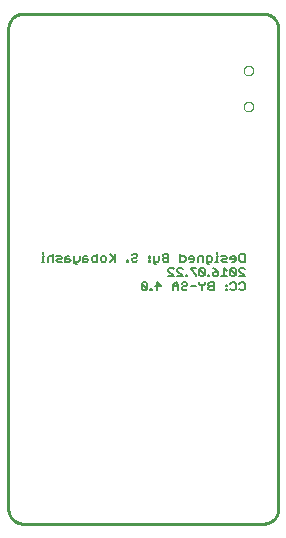
<source format=gbo>
G75*
%MOIN*%
%OFA0B0*%
%FSLAX25Y25*%
%IPPOS*%
%LPD*%
%AMOC8*
5,1,8,0,0,1.08239X$1,22.5*
%
%ADD10C,0.00500*%
%ADD11C,0.01000*%
%ADD12C,0.00000*%
D10*
X0046487Y0079250D02*
X0046037Y0079700D01*
X0046037Y0081502D01*
X0047838Y0079700D01*
X0047388Y0079250D01*
X0046487Y0079250D01*
X0047838Y0079700D02*
X0047838Y0081502D01*
X0047388Y0081952D01*
X0046487Y0081952D01*
X0046037Y0081502D01*
X0048861Y0079700D02*
X0048861Y0079250D01*
X0049312Y0079250D01*
X0049312Y0079700D01*
X0048861Y0079700D01*
X0050457Y0080601D02*
X0052258Y0080601D01*
X0050907Y0081952D01*
X0050907Y0079250D01*
X0054876Y0084050D02*
X0056678Y0084050D01*
X0054876Y0085852D01*
X0054876Y0086302D01*
X0055327Y0086752D01*
X0056227Y0086752D01*
X0056678Y0086302D01*
X0057823Y0086302D02*
X0058273Y0086752D01*
X0059174Y0086752D01*
X0059624Y0086302D01*
X0057823Y0085852D02*
X0059624Y0084050D01*
X0057823Y0084050D01*
X0057823Y0085852D02*
X0057823Y0086302D01*
X0058805Y0088850D02*
X0060156Y0088850D01*
X0060607Y0089300D01*
X0060607Y0090201D01*
X0060156Y0090652D01*
X0058805Y0090652D01*
X0058805Y0091552D02*
X0058805Y0088850D01*
X0061752Y0089751D02*
X0063553Y0089751D01*
X0063553Y0090201D02*
X0063553Y0089300D01*
X0063103Y0088850D01*
X0062202Y0088850D01*
X0061752Y0089751D02*
X0061752Y0090201D01*
X0062202Y0090652D01*
X0063103Y0090652D01*
X0063553Y0090201D01*
X0064698Y0090201D02*
X0064698Y0088850D01*
X0064698Y0090201D02*
X0065148Y0090652D01*
X0066500Y0090652D01*
X0066500Y0088850D01*
X0067645Y0088850D02*
X0068996Y0088850D01*
X0069446Y0089300D01*
X0069446Y0090201D01*
X0068996Y0090652D01*
X0067645Y0090652D01*
X0067645Y0088400D01*
X0068095Y0087949D01*
X0068545Y0087949D01*
X0069609Y0086752D02*
X0070510Y0086302D01*
X0071410Y0085401D01*
X0070059Y0085401D01*
X0069609Y0084951D01*
X0069609Y0084500D01*
X0070059Y0084050D01*
X0070960Y0084050D01*
X0071410Y0084500D01*
X0071410Y0085401D01*
X0072555Y0084050D02*
X0074357Y0084050D01*
X0073456Y0084050D02*
X0073456Y0086752D01*
X0074357Y0085852D01*
X0075502Y0086302D02*
X0075502Y0084500D01*
X0075952Y0084050D01*
X0076853Y0084050D01*
X0077303Y0084500D01*
X0075502Y0086302D01*
X0075952Y0086752D01*
X0076853Y0086752D01*
X0077303Y0086302D01*
X0077303Y0084500D01*
X0076853Y0081952D02*
X0075952Y0081952D01*
X0075502Y0081502D01*
X0074357Y0081052D02*
X0074357Y0080601D01*
X0073907Y0080601D01*
X0073907Y0081052D01*
X0074357Y0081052D01*
X0074357Y0079700D02*
X0074357Y0079250D01*
X0073907Y0079250D01*
X0073907Y0079700D01*
X0074357Y0079700D01*
X0075502Y0079700D02*
X0075952Y0079250D01*
X0076853Y0079250D01*
X0077303Y0079700D01*
X0077303Y0081502D01*
X0076853Y0081952D01*
X0078448Y0081502D02*
X0078899Y0081952D01*
X0079800Y0081952D01*
X0080250Y0081502D01*
X0080250Y0079700D01*
X0079800Y0079250D01*
X0078899Y0079250D01*
X0078448Y0079700D01*
X0078448Y0084050D02*
X0080250Y0084050D01*
X0078448Y0085852D01*
X0078448Y0086302D01*
X0078899Y0086752D01*
X0079800Y0086752D01*
X0080250Y0086302D01*
X0080250Y0088850D02*
X0078899Y0088850D01*
X0078448Y0089300D01*
X0078448Y0091102D01*
X0078899Y0091552D01*
X0080250Y0091552D01*
X0080250Y0088850D01*
X0077303Y0089300D02*
X0077303Y0090201D01*
X0076853Y0090652D01*
X0075952Y0090652D01*
X0075502Y0090201D01*
X0075502Y0089751D01*
X0077303Y0089751D01*
X0077303Y0089300D02*
X0076853Y0088850D01*
X0075952Y0088850D01*
X0074357Y0088850D02*
X0073006Y0088850D01*
X0072555Y0089300D01*
X0073006Y0089751D01*
X0073907Y0089751D01*
X0074357Y0090201D01*
X0073907Y0090652D01*
X0072555Y0090652D01*
X0071410Y0090652D02*
X0070960Y0090652D01*
X0070960Y0088850D01*
X0071410Y0088850D02*
X0070510Y0088850D01*
X0070960Y0091552D02*
X0070960Y0092003D01*
X0066540Y0086752D02*
X0066991Y0086302D01*
X0066991Y0084500D01*
X0065189Y0086302D01*
X0065189Y0084500D01*
X0065640Y0084050D01*
X0066540Y0084050D01*
X0066991Y0084500D01*
X0068014Y0084500D02*
X0068014Y0084050D01*
X0068464Y0084050D01*
X0068464Y0084500D01*
X0068014Y0084500D01*
X0068586Y0081952D02*
X0068136Y0081502D01*
X0068136Y0081052D01*
X0068586Y0080601D01*
X0069937Y0080601D01*
X0069937Y0079250D02*
X0068586Y0079250D01*
X0068136Y0079700D01*
X0068136Y0080151D01*
X0068586Y0080601D01*
X0068586Y0081952D02*
X0069937Y0081952D01*
X0069937Y0079250D01*
X0066991Y0081502D02*
X0066090Y0080601D01*
X0066090Y0079250D01*
X0066090Y0080601D02*
X0065189Y0081502D01*
X0065189Y0081952D01*
X0064044Y0080601D02*
X0062243Y0080601D01*
X0061098Y0081052D02*
X0061098Y0081502D01*
X0060647Y0081952D01*
X0059746Y0081952D01*
X0059296Y0081502D01*
X0059746Y0080601D02*
X0059296Y0080151D01*
X0059296Y0079700D01*
X0059746Y0079250D01*
X0060647Y0079250D01*
X0061098Y0079700D01*
X0060647Y0080601D02*
X0059746Y0080601D01*
X0060647Y0080601D02*
X0061098Y0081052D01*
X0061098Y0084050D02*
X0060647Y0084050D01*
X0060647Y0084500D01*
X0061098Y0084500D01*
X0061098Y0084050D01*
X0062243Y0086302D02*
X0064044Y0084500D01*
X0064044Y0084050D01*
X0065189Y0086302D02*
X0065640Y0086752D01*
X0066540Y0086752D01*
X0064044Y0086752D02*
X0062243Y0086752D01*
X0062243Y0086302D01*
X0057250Y0081952D02*
X0058151Y0081052D01*
X0058151Y0079250D01*
X0058151Y0080601D02*
X0056350Y0080601D01*
X0056350Y0081052D02*
X0056350Y0079250D01*
X0056350Y0081052D02*
X0057250Y0081952D01*
X0054714Y0088850D02*
X0053362Y0088850D01*
X0052912Y0089300D01*
X0052912Y0089751D01*
X0053362Y0090201D01*
X0054714Y0090201D01*
X0054714Y0088850D02*
X0054714Y0091552D01*
X0053362Y0091552D01*
X0052912Y0091102D01*
X0052912Y0090652D01*
X0053362Y0090201D01*
X0051767Y0090652D02*
X0051767Y0089300D01*
X0051317Y0088850D01*
X0049965Y0088850D01*
X0049965Y0088400D02*
X0050416Y0087949D01*
X0050866Y0087949D01*
X0049965Y0088400D02*
X0049965Y0090652D01*
X0048820Y0090652D02*
X0048820Y0090201D01*
X0048370Y0090201D01*
X0048370Y0090652D01*
X0048820Y0090652D01*
X0048820Y0089300D02*
X0048820Y0088850D01*
X0048370Y0088850D01*
X0048370Y0089300D01*
X0048820Y0089300D01*
X0044401Y0089300D02*
X0043950Y0088850D01*
X0043050Y0088850D01*
X0042599Y0089300D01*
X0042599Y0089751D01*
X0043050Y0090201D01*
X0043950Y0090201D01*
X0044401Y0090652D01*
X0044401Y0091102D01*
X0043950Y0091552D01*
X0043050Y0091552D01*
X0042599Y0091102D01*
X0041454Y0089300D02*
X0041004Y0089300D01*
X0041004Y0088850D01*
X0041454Y0088850D01*
X0041454Y0089300D01*
X0037034Y0088850D02*
X0037034Y0091552D01*
X0036584Y0090201D02*
X0035233Y0088850D01*
X0034088Y0089300D02*
X0034088Y0090201D01*
X0033638Y0090652D01*
X0032737Y0090652D01*
X0032286Y0090201D01*
X0032286Y0089300D01*
X0032737Y0088850D01*
X0033638Y0088850D01*
X0034088Y0089300D01*
X0035233Y0091552D02*
X0037034Y0089751D01*
X0031141Y0090652D02*
X0029790Y0090652D01*
X0029340Y0090201D01*
X0029340Y0089300D01*
X0029790Y0088850D01*
X0031141Y0088850D01*
X0031141Y0091552D01*
X0027744Y0090652D02*
X0026844Y0090652D01*
X0026393Y0090201D01*
X0026393Y0088850D01*
X0027744Y0088850D01*
X0028195Y0089300D01*
X0027744Y0089751D01*
X0026393Y0089751D01*
X0025248Y0089300D02*
X0025248Y0090652D01*
X0025248Y0089300D02*
X0024798Y0088850D01*
X0023447Y0088850D01*
X0023447Y0088400D02*
X0023897Y0087949D01*
X0024348Y0087949D01*
X0023447Y0088400D02*
X0023447Y0090652D01*
X0021851Y0090652D02*
X0020951Y0090652D01*
X0020500Y0090201D01*
X0020500Y0088850D01*
X0021851Y0088850D01*
X0022302Y0089300D01*
X0021851Y0089751D01*
X0020500Y0089751D01*
X0019355Y0090201D02*
X0018905Y0090652D01*
X0017554Y0090652D01*
X0018004Y0089751D02*
X0017554Y0089300D01*
X0018004Y0088850D01*
X0019355Y0088850D01*
X0018905Y0089751D02*
X0019355Y0090201D01*
X0018905Y0089751D02*
X0018004Y0089751D01*
X0016409Y0090201D02*
X0015958Y0090652D01*
X0015058Y0090652D01*
X0014607Y0090201D01*
X0014607Y0088850D01*
X0013462Y0088850D02*
X0012562Y0088850D01*
X0013012Y0088850D02*
X0013012Y0090652D01*
X0013462Y0090652D01*
X0013012Y0091552D02*
X0013012Y0092003D01*
X0016409Y0091552D02*
X0016409Y0088850D01*
X0066991Y0081952D02*
X0066991Y0081502D01*
D11*
X0001500Y0006500D02*
X0001500Y0166500D01*
X0001502Y0166640D01*
X0001508Y0166780D01*
X0001518Y0166920D01*
X0001531Y0167060D01*
X0001549Y0167199D01*
X0001571Y0167338D01*
X0001596Y0167475D01*
X0001625Y0167613D01*
X0001658Y0167749D01*
X0001695Y0167884D01*
X0001736Y0168018D01*
X0001781Y0168151D01*
X0001829Y0168283D01*
X0001881Y0168413D01*
X0001936Y0168542D01*
X0001995Y0168669D01*
X0002058Y0168795D01*
X0002124Y0168919D01*
X0002193Y0169040D01*
X0002266Y0169160D01*
X0002343Y0169278D01*
X0002422Y0169393D01*
X0002505Y0169507D01*
X0002591Y0169617D01*
X0002680Y0169726D01*
X0002772Y0169832D01*
X0002867Y0169935D01*
X0002964Y0170036D01*
X0003065Y0170133D01*
X0003168Y0170228D01*
X0003274Y0170320D01*
X0003383Y0170409D01*
X0003493Y0170495D01*
X0003607Y0170578D01*
X0003722Y0170657D01*
X0003840Y0170734D01*
X0003960Y0170807D01*
X0004081Y0170876D01*
X0004205Y0170942D01*
X0004331Y0171005D01*
X0004458Y0171064D01*
X0004587Y0171119D01*
X0004717Y0171171D01*
X0004849Y0171219D01*
X0004982Y0171264D01*
X0005116Y0171305D01*
X0005251Y0171342D01*
X0005387Y0171375D01*
X0005525Y0171404D01*
X0005662Y0171429D01*
X0005801Y0171451D01*
X0005940Y0171469D01*
X0006080Y0171482D01*
X0006220Y0171492D01*
X0006360Y0171498D01*
X0006500Y0171500D01*
X0086500Y0171500D01*
X0086640Y0171498D01*
X0086780Y0171492D01*
X0086920Y0171482D01*
X0087060Y0171469D01*
X0087199Y0171451D01*
X0087338Y0171429D01*
X0087475Y0171404D01*
X0087613Y0171375D01*
X0087749Y0171342D01*
X0087884Y0171305D01*
X0088018Y0171264D01*
X0088151Y0171219D01*
X0088283Y0171171D01*
X0088413Y0171119D01*
X0088542Y0171064D01*
X0088669Y0171005D01*
X0088795Y0170942D01*
X0088919Y0170876D01*
X0089040Y0170807D01*
X0089160Y0170734D01*
X0089278Y0170657D01*
X0089393Y0170578D01*
X0089507Y0170495D01*
X0089617Y0170409D01*
X0089726Y0170320D01*
X0089832Y0170228D01*
X0089935Y0170133D01*
X0090036Y0170036D01*
X0090133Y0169935D01*
X0090228Y0169832D01*
X0090320Y0169726D01*
X0090409Y0169617D01*
X0090495Y0169507D01*
X0090578Y0169393D01*
X0090657Y0169278D01*
X0090734Y0169160D01*
X0090807Y0169040D01*
X0090876Y0168919D01*
X0090942Y0168795D01*
X0091005Y0168669D01*
X0091064Y0168542D01*
X0091119Y0168413D01*
X0091171Y0168283D01*
X0091219Y0168151D01*
X0091264Y0168018D01*
X0091305Y0167884D01*
X0091342Y0167749D01*
X0091375Y0167613D01*
X0091404Y0167475D01*
X0091429Y0167338D01*
X0091451Y0167199D01*
X0091469Y0167060D01*
X0091482Y0166920D01*
X0091492Y0166780D01*
X0091498Y0166640D01*
X0091500Y0166500D01*
X0091500Y0006500D01*
X0091498Y0006360D01*
X0091492Y0006220D01*
X0091482Y0006080D01*
X0091469Y0005940D01*
X0091451Y0005801D01*
X0091429Y0005662D01*
X0091404Y0005525D01*
X0091375Y0005387D01*
X0091342Y0005251D01*
X0091305Y0005116D01*
X0091264Y0004982D01*
X0091219Y0004849D01*
X0091171Y0004717D01*
X0091119Y0004587D01*
X0091064Y0004458D01*
X0091005Y0004331D01*
X0090942Y0004205D01*
X0090876Y0004081D01*
X0090807Y0003960D01*
X0090734Y0003840D01*
X0090657Y0003722D01*
X0090578Y0003607D01*
X0090495Y0003493D01*
X0090409Y0003383D01*
X0090320Y0003274D01*
X0090228Y0003168D01*
X0090133Y0003065D01*
X0090036Y0002964D01*
X0089935Y0002867D01*
X0089832Y0002772D01*
X0089726Y0002680D01*
X0089617Y0002591D01*
X0089507Y0002505D01*
X0089393Y0002422D01*
X0089278Y0002343D01*
X0089160Y0002266D01*
X0089040Y0002193D01*
X0088919Y0002124D01*
X0088795Y0002058D01*
X0088669Y0001995D01*
X0088542Y0001936D01*
X0088413Y0001881D01*
X0088283Y0001829D01*
X0088151Y0001781D01*
X0088018Y0001736D01*
X0087884Y0001695D01*
X0087749Y0001658D01*
X0087613Y0001625D01*
X0087475Y0001596D01*
X0087338Y0001571D01*
X0087199Y0001549D01*
X0087060Y0001531D01*
X0086920Y0001518D01*
X0086780Y0001508D01*
X0086640Y0001502D01*
X0086500Y0001500D01*
X0006500Y0001500D01*
X0006360Y0001502D01*
X0006220Y0001508D01*
X0006080Y0001518D01*
X0005940Y0001531D01*
X0005801Y0001549D01*
X0005662Y0001571D01*
X0005525Y0001596D01*
X0005387Y0001625D01*
X0005251Y0001658D01*
X0005116Y0001695D01*
X0004982Y0001736D01*
X0004849Y0001781D01*
X0004717Y0001829D01*
X0004587Y0001881D01*
X0004458Y0001936D01*
X0004331Y0001995D01*
X0004205Y0002058D01*
X0004081Y0002124D01*
X0003960Y0002193D01*
X0003840Y0002266D01*
X0003722Y0002343D01*
X0003607Y0002422D01*
X0003493Y0002505D01*
X0003383Y0002591D01*
X0003274Y0002680D01*
X0003168Y0002772D01*
X0003065Y0002867D01*
X0002964Y0002964D01*
X0002867Y0003065D01*
X0002772Y0003168D01*
X0002680Y0003274D01*
X0002591Y0003383D01*
X0002505Y0003493D01*
X0002422Y0003607D01*
X0002343Y0003722D01*
X0002266Y0003840D01*
X0002193Y0003960D01*
X0002124Y0004081D01*
X0002058Y0004205D01*
X0001995Y0004331D01*
X0001936Y0004458D01*
X0001881Y0004587D01*
X0001829Y0004717D01*
X0001781Y0004849D01*
X0001736Y0004982D01*
X0001695Y0005116D01*
X0001658Y0005251D01*
X0001625Y0005387D01*
X0001596Y0005525D01*
X0001571Y0005662D01*
X0001549Y0005801D01*
X0001531Y0005940D01*
X0001518Y0006080D01*
X0001508Y0006220D01*
X0001502Y0006360D01*
X0001500Y0006500D01*
D12*
X0079900Y0140500D02*
X0079902Y0140580D01*
X0079908Y0140659D01*
X0079918Y0140738D01*
X0079932Y0140817D01*
X0079949Y0140895D01*
X0079971Y0140972D01*
X0079996Y0141047D01*
X0080026Y0141121D01*
X0080058Y0141194D01*
X0080095Y0141265D01*
X0080135Y0141334D01*
X0080178Y0141401D01*
X0080225Y0141466D01*
X0080274Y0141528D01*
X0080327Y0141588D01*
X0080383Y0141645D01*
X0080441Y0141700D01*
X0080502Y0141751D01*
X0080566Y0141799D01*
X0080632Y0141844D01*
X0080700Y0141886D01*
X0080770Y0141924D01*
X0080842Y0141958D01*
X0080915Y0141989D01*
X0080990Y0142017D01*
X0081067Y0142040D01*
X0081144Y0142060D01*
X0081222Y0142076D01*
X0081301Y0142088D01*
X0081380Y0142096D01*
X0081460Y0142100D01*
X0081540Y0142100D01*
X0081620Y0142096D01*
X0081699Y0142088D01*
X0081778Y0142076D01*
X0081856Y0142060D01*
X0081933Y0142040D01*
X0082010Y0142017D01*
X0082085Y0141989D01*
X0082158Y0141958D01*
X0082230Y0141924D01*
X0082300Y0141886D01*
X0082368Y0141844D01*
X0082434Y0141799D01*
X0082498Y0141751D01*
X0082559Y0141700D01*
X0082617Y0141645D01*
X0082673Y0141588D01*
X0082726Y0141528D01*
X0082775Y0141466D01*
X0082822Y0141401D01*
X0082865Y0141334D01*
X0082905Y0141265D01*
X0082942Y0141194D01*
X0082974Y0141121D01*
X0083004Y0141047D01*
X0083029Y0140972D01*
X0083051Y0140895D01*
X0083068Y0140817D01*
X0083082Y0140738D01*
X0083092Y0140659D01*
X0083098Y0140580D01*
X0083100Y0140500D01*
X0083098Y0140420D01*
X0083092Y0140341D01*
X0083082Y0140262D01*
X0083068Y0140183D01*
X0083051Y0140105D01*
X0083029Y0140028D01*
X0083004Y0139953D01*
X0082974Y0139879D01*
X0082942Y0139806D01*
X0082905Y0139735D01*
X0082865Y0139666D01*
X0082822Y0139599D01*
X0082775Y0139534D01*
X0082726Y0139472D01*
X0082673Y0139412D01*
X0082617Y0139355D01*
X0082559Y0139300D01*
X0082498Y0139249D01*
X0082434Y0139201D01*
X0082368Y0139156D01*
X0082300Y0139114D01*
X0082230Y0139076D01*
X0082158Y0139042D01*
X0082085Y0139011D01*
X0082010Y0138983D01*
X0081933Y0138960D01*
X0081856Y0138940D01*
X0081778Y0138924D01*
X0081699Y0138912D01*
X0081620Y0138904D01*
X0081540Y0138900D01*
X0081460Y0138900D01*
X0081380Y0138904D01*
X0081301Y0138912D01*
X0081222Y0138924D01*
X0081144Y0138940D01*
X0081067Y0138960D01*
X0080990Y0138983D01*
X0080915Y0139011D01*
X0080842Y0139042D01*
X0080770Y0139076D01*
X0080700Y0139114D01*
X0080632Y0139156D01*
X0080566Y0139201D01*
X0080502Y0139249D01*
X0080441Y0139300D01*
X0080383Y0139355D01*
X0080327Y0139412D01*
X0080274Y0139472D01*
X0080225Y0139534D01*
X0080178Y0139599D01*
X0080135Y0139666D01*
X0080095Y0139735D01*
X0080058Y0139806D01*
X0080026Y0139879D01*
X0079996Y0139953D01*
X0079971Y0140028D01*
X0079949Y0140105D01*
X0079932Y0140183D01*
X0079918Y0140262D01*
X0079908Y0140341D01*
X0079902Y0140420D01*
X0079900Y0140500D01*
X0079900Y0152500D02*
X0079902Y0152580D01*
X0079908Y0152659D01*
X0079918Y0152738D01*
X0079932Y0152817D01*
X0079949Y0152895D01*
X0079971Y0152972D01*
X0079996Y0153047D01*
X0080026Y0153121D01*
X0080058Y0153194D01*
X0080095Y0153265D01*
X0080135Y0153334D01*
X0080178Y0153401D01*
X0080225Y0153466D01*
X0080274Y0153528D01*
X0080327Y0153588D01*
X0080383Y0153645D01*
X0080441Y0153700D01*
X0080502Y0153751D01*
X0080566Y0153799D01*
X0080632Y0153844D01*
X0080700Y0153886D01*
X0080770Y0153924D01*
X0080842Y0153958D01*
X0080915Y0153989D01*
X0080990Y0154017D01*
X0081067Y0154040D01*
X0081144Y0154060D01*
X0081222Y0154076D01*
X0081301Y0154088D01*
X0081380Y0154096D01*
X0081460Y0154100D01*
X0081540Y0154100D01*
X0081620Y0154096D01*
X0081699Y0154088D01*
X0081778Y0154076D01*
X0081856Y0154060D01*
X0081933Y0154040D01*
X0082010Y0154017D01*
X0082085Y0153989D01*
X0082158Y0153958D01*
X0082230Y0153924D01*
X0082300Y0153886D01*
X0082368Y0153844D01*
X0082434Y0153799D01*
X0082498Y0153751D01*
X0082559Y0153700D01*
X0082617Y0153645D01*
X0082673Y0153588D01*
X0082726Y0153528D01*
X0082775Y0153466D01*
X0082822Y0153401D01*
X0082865Y0153334D01*
X0082905Y0153265D01*
X0082942Y0153194D01*
X0082974Y0153121D01*
X0083004Y0153047D01*
X0083029Y0152972D01*
X0083051Y0152895D01*
X0083068Y0152817D01*
X0083082Y0152738D01*
X0083092Y0152659D01*
X0083098Y0152580D01*
X0083100Y0152500D01*
X0083098Y0152420D01*
X0083092Y0152341D01*
X0083082Y0152262D01*
X0083068Y0152183D01*
X0083051Y0152105D01*
X0083029Y0152028D01*
X0083004Y0151953D01*
X0082974Y0151879D01*
X0082942Y0151806D01*
X0082905Y0151735D01*
X0082865Y0151666D01*
X0082822Y0151599D01*
X0082775Y0151534D01*
X0082726Y0151472D01*
X0082673Y0151412D01*
X0082617Y0151355D01*
X0082559Y0151300D01*
X0082498Y0151249D01*
X0082434Y0151201D01*
X0082368Y0151156D01*
X0082300Y0151114D01*
X0082230Y0151076D01*
X0082158Y0151042D01*
X0082085Y0151011D01*
X0082010Y0150983D01*
X0081933Y0150960D01*
X0081856Y0150940D01*
X0081778Y0150924D01*
X0081699Y0150912D01*
X0081620Y0150904D01*
X0081540Y0150900D01*
X0081460Y0150900D01*
X0081380Y0150904D01*
X0081301Y0150912D01*
X0081222Y0150924D01*
X0081144Y0150940D01*
X0081067Y0150960D01*
X0080990Y0150983D01*
X0080915Y0151011D01*
X0080842Y0151042D01*
X0080770Y0151076D01*
X0080700Y0151114D01*
X0080632Y0151156D01*
X0080566Y0151201D01*
X0080502Y0151249D01*
X0080441Y0151300D01*
X0080383Y0151355D01*
X0080327Y0151412D01*
X0080274Y0151472D01*
X0080225Y0151534D01*
X0080178Y0151599D01*
X0080135Y0151666D01*
X0080095Y0151735D01*
X0080058Y0151806D01*
X0080026Y0151879D01*
X0079996Y0151953D01*
X0079971Y0152028D01*
X0079949Y0152105D01*
X0079932Y0152183D01*
X0079918Y0152262D01*
X0079908Y0152341D01*
X0079902Y0152420D01*
X0079900Y0152500D01*
M02*

</source>
